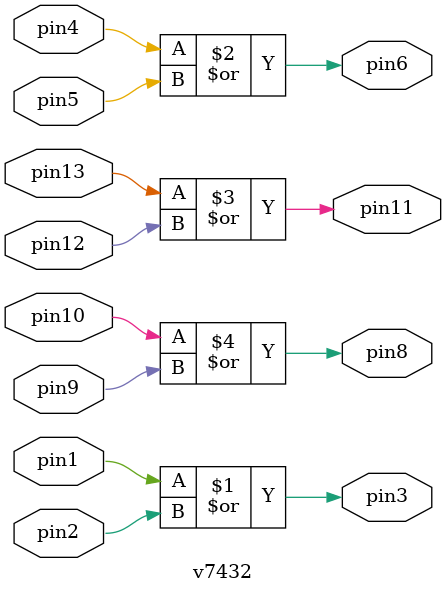
<source format=v>
module mux2to1 (input x,y,s, output m);

wire w1, w2, w3;
v7404 N1(.pin1(s),.pin2(w1));
v7408 A1(.pin1(x),.pin2(w1),.pin3(w2),  .pin4(s),.pin5(y),.pin6(w3));
v7432 O1(.pin1(w2),.pin2(w3),.pin3(m));

endmodule//mux2to1



module v7404 (input pin1, pin3, pin5, pin13, pin11, pin9,
				  output pin2, pin4, pin6, pin12, pin10, pin8 );
				  
assign pin2 = !pin1; 
assign pin4 = !pin3; 
assign pin6 = !pin5; 
assign pin12 = !pin13;
assign pin10 = !pin11; 
assign pin8 = !pin9; 

endmodule // v7404(NOT gate)



module v7408 (input pin1,pin2, pin4,pin5, pin13,pin12, pin10,pin9,
				output pin3,pin6,pin11,pin8);
				
assign pin3 = pin1 & pin2;
assign pin6 = pin4 & pin5;
assign pin11 = pin13 & pin12;
assign pin8 = pin10 & pin9;
				
endmodule //v7408(AND gate)



module v7432 (input pin1,pin2, pin4,pin5, pin13,pin12, pin10,pin9,
				output pin3,pin6,pin11,pin8);
				
assign pin3 = pin1 | pin2;
assign pin6 = pin4 | pin5;
assign pin11 = pin13 | pin12;
assign pin8 = pin10 | pin9;
				
endmodule //v7408(AND gate)

</source>
